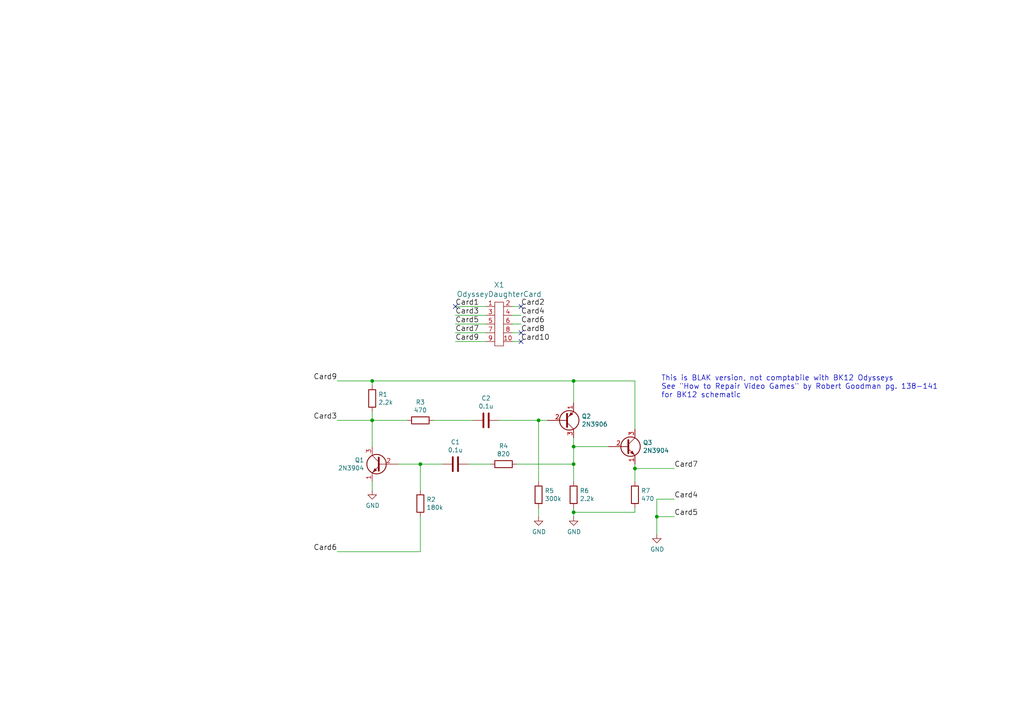
<source format=kicad_sch>
(kicad_sch (version 20211123) (generator eeschema)
  (paper "A4")
  (title_block (title "Odyssey Daughter Card Vertical Sync Generator") (date "2018-06-07") (rev "0.1") (company "University of Pittsburgh - Odyssey Restoration Project") (comment 1 "Levi Burner"))
  (lib_symbols
    (symbol "Device:C" (pin_numbers hide) (pin_names (offset 0.254))
      (property "Reference" "C" (at 0.635 2.54 0))
      (property "Value" "C" (at 0.635 -2.54 0))
      (symbol "C_0_1"
        (polyline (pts (xy -2.032 -0.762) (xy 2.032 -0.762)) (stroke (width 0.508)))
        (polyline (pts (xy -2.032 0.762) (xy 2.032 0.762)) (stroke (width 0.508)))
      )
      (symbol "C_1_1"
        (pin passive line (at 0 3.81 270) (length 2.794) (name "~") (number "1"))
        (pin passive line (at 0 -3.81 90) (length 2.794) (name "~") (number "2"))
      )
    )
    (symbol "Device:R" (pin_numbers hide) (pin_names (offset 0))
      (property "Reference" "R" (at 2.032 0 90))
      (property "Value" "R" (at 0 0 90))
      (symbol "R_0_1"
        (rectangle (start -1.016 -2.54) (end 1.016 2.54) (stroke (width 0.254)))
      )
      (symbol "R_1_1"
        (pin passive line (at 0 3.81 270) (length 1.27) (name "~") (number "1"))
        (pin passive line (at 0 -3.81 90) (length 1.27) (name "~") (number "2"))
      )
    )
    (symbol "OdysseyDaughterCardVertSyncGenerator-rescue:OdysseyDaughterCard-Odyssey_Daughter_Card" (pin_names (offset 1.016))
      (property "Reference" "X" (at 0 -7.62 0))
      (property "Value" "OdysseyDaughterCardVertSyncGenerator-rescue_OdysseyDaughterCard-Odyssey_Daughter_Card" (at 0 8.89 0))
      (symbol "OdysseyDaughterCard-Odyssey_Daughter_Card_0_1"
        (rectangle (start -1.27 6.35) (end 1.27 -6.35))
      )
      (symbol "OdysseyDaughterCard-Odyssey_Daughter_Card_1_1"
        (pin bidirectional line (at -3.81 5.08 0) (length 2.54) (name "~") (number "1"))
        (pin bidirectional line (at 3.81 -5.08 180) (length 2.54) (name "~") (number "10"))
        (pin bidirectional line (at 3.81 5.08 180) (length 2.54) (name "~") (number "2"))
        (pin bidirectional line (at -3.81 2.54 0) (length 2.54) (name "~") (number "3"))
        (pin bidirectional line (at 3.81 2.54 180) (length 2.54) (name "~") (number "4"))
        (pin bidirectional line (at -3.81 0 0) (length 2.54) (name "~") (number "5"))
        (pin bidirectional line (at 3.81 0 180) (length 2.54) (name "~") (number "6"))
        (pin bidirectional line (at -3.81 -2.54 0) (length 2.54) (name "~") (number "7"))
        (pin bidirectional line (at 3.81 -2.54 180) (length 2.54) (name "~") (number "8"))
        (pin bidirectional line (at -3.81 -5.08 0) (length 2.54) (name "~") (number "9"))
      )
    )
    (symbol "Transistor_BJT:2N3904" (pin_names (offset 0) hide)
      (property "Reference" "Q" (at 5.08 1.905 0))
      (property "Value" "2N3904" (at 5.08 0 0))
      (symbol "2N3904_0_1"
        (polyline (pts (xy 0.635 0.635) (xy 2.54 2.54)))
        (polyline (pts (xy 0.635 -0.635) (xy 2.54 -2.54) (xy 2.54 -2.54)))
        (polyline (pts (xy 0.635 1.905) (xy 0.635 -1.905) (xy 0.635 -1.905)) (stroke (width 0.508)))
        (polyline (pts (xy 1.27 -1.778) (xy 1.778 -1.27) (xy 2.286 -2.286) (xy 1.27 -1.778) (xy 1.27 -1.778)) (fill (type outline)))
        (circle (center 1.27 0) (radius 2.8194) (stroke (width 0.254)))
      )
      (symbol "2N3904_1_1"
        (pin passive line (at 2.54 -5.08 90) (length 2.54) (name "E") (number "1"))
        (pin passive line (at -5.08 0 0) (length 5.715) (name "B") (number "2"))
        (pin passive line (at 2.54 5.08 270) (length 2.54) (name "C") (number "3"))
      )
    )
    (symbol "Transistor_BJT:2N3906" (pin_names (offset 0) hide)
      (property "Reference" "Q" (at 5.08 1.905 0))
      (property "Value" "2N3906" (at 5.08 0 0))
      (symbol "2N3906_0_1"
        (polyline (pts (xy 0.635 0.635) (xy 2.54 2.54)))
        (polyline (pts (xy 0.635 -0.635) (xy 2.54 -2.54) (xy 2.54 -2.54)))
        (polyline (pts (xy 0.635 1.905) (xy 0.635 -1.905) (xy 0.635 -1.905)) (stroke (width 0.508)))
        (polyline (pts (xy 2.286 -1.778) (xy 1.778 -2.286) (xy 1.27 -1.27) (xy 2.286 -1.778) (xy 2.286 -1.778)) (fill (type outline)))
        (circle (center 1.27 0) (radius 2.8194) (stroke (width 0.254)))
      )
      (symbol "2N3906_1_1"
        (pin passive line (at 2.54 -5.08 90) (length 2.54) (name "E") (number "1"))
        (pin input line (at -5.08 0 0) (length 5.715) (name "B") (number "2"))
        (pin passive line (at 2.54 5.08 270) (length 2.54) (name "C") (number "3"))
      )
    )
    (symbol "power:GND" (power) (pin_names (offset 0))
      (property "Value" "GND" (at 0 -3.81 0))
      (symbol "GND_0_1"
        (polyline (pts (xy 0 0) (xy 0 -1.27) (xy 1.27 -1.27) (xy 0 -2.54) (xy -1.27 -1.27) (xy 0 -1.27)))
      )
      (symbol "GND_1_1"
        (pin power_in line (at 0 0 270) (length 0) hide (name "GND") (number "1"))
      )
    )
  )
  (junction (at 121.92 134.62))
  (junction (at 166.37 129.54))
  (junction (at 166.37 110.49))
  (junction (at 156.21 121.92))
  (junction (at 107.95 110.49))
  (junction (at 166.37 134.62))
  (junction (at 107.95 121.92))
  (junction (at 190.5 149.86))
  (junction (at 166.37 148.59))
  (junction (at 184.15 135.89))
  (no_connect (at 151.13 96.52))
  (no_connect (at 132.08 88.9))
  (no_connect (at 151.13 99.06))
  (no_connect (at 151.13 88.9))
  (wire (pts (xy 148.59 99.06) (xy 151.13 99.06)))
  (wire (pts (xy 148.59 93.98) (xy 151.13 93.98)))
  (wire (pts (xy 140.97 99.06) (xy 132.08 99.06)))
  (wire (pts (xy 184.15 110.49) (xy 184.15 124.46)))
  (wire (pts (xy 166.37 110.49) (xy 166.37 116.84)))
  (wire (pts (xy 148.59 96.52) (xy 151.13 96.52)))
  (wire (pts (xy 166.37 134.62) (xy 166.37 129.54)))
  (wire (pts (xy 121.92 134.62) (xy 128.27 134.62)))
  (wire (pts (xy 184.15 147.32) (xy 184.15 148.59)))
  (wire (pts (xy 166.37 129.54) (xy 166.37 127)))
  (wire (pts (xy 107.95 139.7) (xy 107.95 142.24)))
  (wire (pts (xy 132.08 88.9) (xy 140.97 88.9)))
  (wire (pts (xy 166.37 139.7) (xy 166.37 134.62)))
  (wire (pts (xy 156.21 149.86) (xy 156.21 147.32)))
  (wire (pts (xy 140.97 96.52) (xy 132.08 96.52)))
  (wire (pts (xy 148.59 91.44) (xy 151.13 91.44)))
  (wire (pts (xy 166.37 148.59) (xy 166.37 149.86)))
  (wire (pts (xy 115.57 134.62) (xy 121.92 134.62)))
  (wire (pts (xy 176.53 129.54) (xy 166.37 129.54)))
  (wire (pts (xy 158.75 121.92) (xy 156.21 121.92)))
  (wire (pts (xy 107.95 111.76) (xy 107.95 110.49)))
  (wire (pts (xy 107.95 121.92) (xy 118.11 121.92)))
  (wire (pts (xy 184.15 134.62) (xy 184.15 135.89)))
  (wire (pts (xy 156.21 121.92) (xy 144.78 121.92)))
  (wire (pts (xy 166.37 148.59) (xy 184.15 148.59)))
  (wire (pts (xy 121.92 142.24) (xy 121.92 134.62)))
  (wire (pts (xy 184.15 110.49) (xy 166.37 110.49)))
  (wire (pts (xy 184.15 135.89) (xy 184.15 139.7)))
  (wire (pts (xy 135.89 134.62) (xy 142.24 134.62)))
  (wire (pts (xy 195.58 144.78) (xy 190.5 144.78)))
  (wire (pts (xy 121.92 149.86) (xy 121.92 160.02)))
  (wire (pts (xy 121.92 160.02) (xy 97.79 160.02)))
  (wire (pts (xy 107.95 110.49) (xy 97.79 110.49)))
  (wire (pts (xy 140.97 93.98) (xy 132.08 93.98)))
  (wire (pts (xy 190.5 149.86) (xy 195.58 149.86)))
  (wire (pts (xy 190.5 144.78) (xy 190.5 149.86)))
  (wire (pts (xy 190.5 154.94) (xy 190.5 149.86)))
  (wire (pts (xy 140.97 91.44) (xy 132.08 91.44)))
  (wire (pts (xy 107.95 110.49) (xy 166.37 110.49)))
  (wire (pts (xy 166.37 147.32) (xy 166.37 148.59)))
  (wire (pts (xy 148.59 88.9) (xy 151.13 88.9)))
  (wire (pts (xy 107.95 129.54) (xy 107.95 121.92)))
  (wire (pts (xy 156.21 139.7) (xy 156.21 121.92)))
  (wire (pts (xy 107.95 121.92) (xy 97.79 121.92)))
  (wire (pts (xy 149.86 134.62) (xy 166.37 134.62)))
  (wire (pts (xy 107.95 121.92) (xy 107.95 119.38)))
  (wire (pts (xy 184.15 135.89) (xy 195.58 135.89)))
  (wire (pts (xy 137.16 121.92) (xy 125.73 121.92)))
  (text "This is BLAK version, not comptabile with BK12 Odysseys\nSee \"How to Repair Video Games\" by Robert Goodman pg. 138-141\nfor BK12 schematic" (at 191.77 115.57 0) (effects (font (size 1.524 1.524)) (justify left bottom)))
  (label "Card3" (at 97.79 121.92 180) (effects (font (size 1.524 1.524))))
  (label "Card2" (at 151.13 88.9 0) (effects (font (size 1.524 1.524))))
  (label "Card10" (at 151.13 99.06 0) (effects (font (size 1.524 1.524))))
  (label "Card5" (at 132.08 93.98 0) (effects (font (size 1.524 1.524))))
  (label "Card6" (at 151.13 93.98 0) (effects (font (size 1.524 1.524))))
  (label "Card9" (at 97.79 110.49 180) (effects (font (size 1.524 1.524))))
  (label "Card5" (at 195.58 149.86 0) (effects (font (size 1.524 1.524))))
  (label "Card7" (at 132.08 96.52 0) (effects (font (size 1.524 1.524))))
  (label "Card4" (at 195.58 144.78 0) (effects (font (size 1.524 1.524))))
  (label "Card8" (at 151.13 96.52 0) (effects (font (size 1.524 1.524))))
  (label "Card1" (at 132.08 88.9 0) (effects (font (size 1.524 1.524))))
  (label "Card9" (at 132.08 99.06 0) (effects (font (size 1.524 1.524))))
  (label "Card4" (at 151.13 91.44 0) (effects (font (size 1.524 1.524))))
  (label "Card3" (at 132.08 91.44 0) (effects (font (size 1.524 1.524))))
  (label "Card6" (at 97.79 160.02 180) (effects (font (size 1.524 1.524))))
  (label "Card7" (at 195.58 135.89 0) (effects (font (size 1.524 1.524))))
  (symbol (lib_id "OdysseyDaughterCardVertSyncGenerator-rescue:OdysseyDaughterCard-Odyssey_Daughter_Card") (at 144.78 93.98 0) (unit 1)
    (property "Reference" "X1" (at 144.78 82.6262 0) (effects (font (size 1.524 1.524))))
    (property "Value" "OdysseyDaughterCard" (at 144.78 85.3186 0) (effects (font (size 1.524 1.524))))
    (property "Footprint" "Odyssey_Daughter_Card:Odyssey_Daughter_Card" (effects hide))
  )
  (symbol (lib_id "Transistor_BJT:2N3904") (at 110.49 134.62 0) (mirror y) (unit 1)
    (property "Reference" "Q1" (at 105.6386 133.4516 0) (effects (justify left)))
    (property "Value" "2N3904" (at 105.6386 135.763 0) (effects (justify left)))
    (property "Footprint" "Package_TO_SOT_THT:TO-92_Inline" (effects hide))
    (property "Datasheet" "https://www.fairchildsemi.com/datasheets/2N/2N3904.pdf" (effects hide))
  )
  (symbol (lib_id "Transistor_BJT:2N3904") (at 181.61 129.54 0) (unit 1)
    (property "Reference" "Q3" (at 186.4614 128.3716 0) (effects (justify left)))
    (property "Value" "2N3904" (at 186.4614 130.683 0) (effects (justify left)))
    (property "Footprint" "Package_TO_SOT_THT:TO-92_Inline" (effects hide))
    (property "Datasheet" "https://www.fairchildsemi.com/datasheets/2N/2N3904.pdf" (effects hide))
  )
  (symbol (lib_id "Transistor_BJT:2N3906") (at 163.83 121.92 0) (mirror x) (unit 1)
    (property "Reference" "Q2" (at 168.6814 120.7516 0) (effects (justify left)))
    (property "Value" "2N3906" (at 168.6814 123.063 0) (effects (justify left)))
    (property "Footprint" "Package_TO_SOT_THT:TO-92_Inline" (effects hide))
    (property "Datasheet" "https://www.fairchildsemi.com/datasheets/2N/2N3906.pdf" (effects hide))
  )
  (symbol (lib_id "Device:R") (at 107.95 115.57 0) (unit 1)
    (property "Reference" "R1" (at 109.728 114.4016 0) (effects (justify left)))
    (property "Value" "2.2k" (at 109.728 116.713 0) (effects (justify left)))
    (property "Footprint" "Resistor_THT:R_Axial_DIN0207_L6.3mm_D2.5mm_P7.62mm_Horizontal" (effects hide))
  )
  (symbol (lib_id "Device:R") (at 121.92 121.92 270) (unit 1)
    (property "Reference" "R3" (at 121.92 116.6622 90))
    (property "Value" "470" (at 121.92 118.9736 90))
    (property "Footprint" "Resistor_THT:R_Axial_DIN0207_L6.3mm_D2.5mm_P7.62mm_Horizontal" (effects hide))
  )
  (symbol (lib_id "Device:R") (at 121.92 146.05 0) (unit 1)
    (property "Reference" "R2" (at 123.698 144.8816 0) (effects (justify left)))
    (property "Value" "180k" (at 123.698 147.193 0) (effects (justify left)))
    (property "Footprint" "Resistor_THT:R_Axial_DIN0207_L6.3mm_D2.5mm_P7.62mm_Horizontal" (effects hide))
  )
  (symbol (lib_id "Device:R") (at 146.05 134.62 270) (unit 1)
    (property "Reference" "R4" (at 146.05 129.3622 90))
    (property "Value" "820" (at 146.05 131.6736 90))
    (property "Footprint" "Resistor_THT:R_Axial_DIN0207_L6.3mm_D2.5mm_P7.62mm_Horizontal" (effects hide))
  )
  (symbol (lib_id "Device:C") (at 132.08 134.62 270) (unit 1)
    (property "Reference" "C1" (at 132.08 128.2192 90))
    (property "Value" "0.1u" (at 132.08 130.5306 90))
    (property "Footprint" "Capacitor_THT:C_Disc_D5.1mm_W3.2mm_P5.00mm" (effects hide))
  )
  (symbol (lib_id "Device:R") (at 156.21 143.51 180) (unit 1)
    (property "Reference" "R5" (at 157.988 142.3416 0) (effects (justify right)))
    (property "Value" "300k" (at 157.988 144.653 0) (effects (justify right)))
    (property "Footprint" "Resistor_THT:R_Axial_DIN0207_L6.3mm_D2.5mm_P7.62mm_Horizontal" (effects hide))
  )
  (symbol (lib_id "Device:C") (at 140.97 121.92 270) (unit 1)
    (property "Reference" "C2" (at 140.97 115.5192 90))
    (property "Value" "0.1u" (at 140.97 117.8306 90))
    (property "Footprint" "Capacitor_THT:C_Disc_D5.1mm_W3.2mm_P5.00mm" (effects hide))
  )
  (symbol (lib_id "Device:R") (at 184.15 143.51 180) (unit 1)
    (property "Reference" "R7" (at 185.928 142.3416 0) (effects (justify right)))
    (property "Value" "470" (at 185.928 144.653 0) (effects (justify right)))
    (property "Footprint" "Resistor_THT:R_Axial_DIN0207_L6.3mm_D2.5mm_P7.62mm_Horizontal" (effects hide))
  )
  (symbol (lib_id "power:GND") (at 107.95 142.24 0) (unit 1)
    (property "Reference" "#PWR01" (effects hide))
    (property "Value" "GND" (at 108.077 146.6342 0))
  )
  (symbol (lib_id "power:GND") (at 156.21 149.86 0) (unit 1)
    (property "Reference" "#PWR02" (effects hide))
    (property "Value" "GND" (at 156.337 154.2542 0))
  )
  (symbol (lib_id "power:GND") (at 166.37 149.86 0) (unit 1)
    (property "Reference" "#PWR03" (effects hide))
    (property "Value" "GND" (at 166.497 154.2542 0))
  )
  (symbol (lib_id "Device:R") (at 166.37 143.51 180) (unit 1)
    (property "Reference" "R6" (at 168.148 142.3416 0) (effects (justify right)))
    (property "Value" "2.2k" (at 168.148 144.653 0) (effects (justify right)))
    (property "Footprint" "Resistor_THT:R_Axial_DIN0207_L6.3mm_D2.5mm_P7.62mm_Horizontal" (effects hide))
  )
  (symbol (lib_id "power:GND") (at 190.5 154.94 0) (unit 1)
    (property "Reference" "#PWR04" (effects hide))
    (property "Value" "GND" (at 190.627 159.3342 0))
  )
)
</source>
